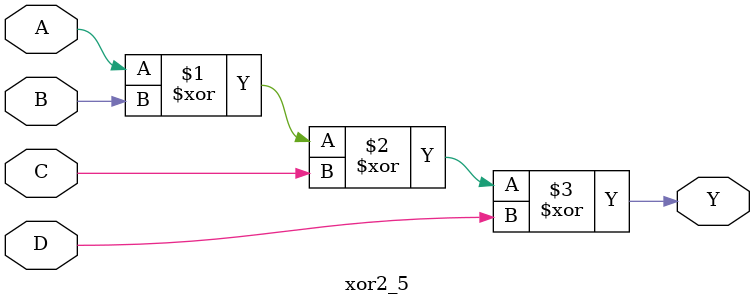
<source format=sv>
module xor2_5 (
    input wire A, B, C, D,
    output wire Y
);
    assign Y = A ^ B ^ C ^ D; // 4输入异或门
endmodule

</source>
